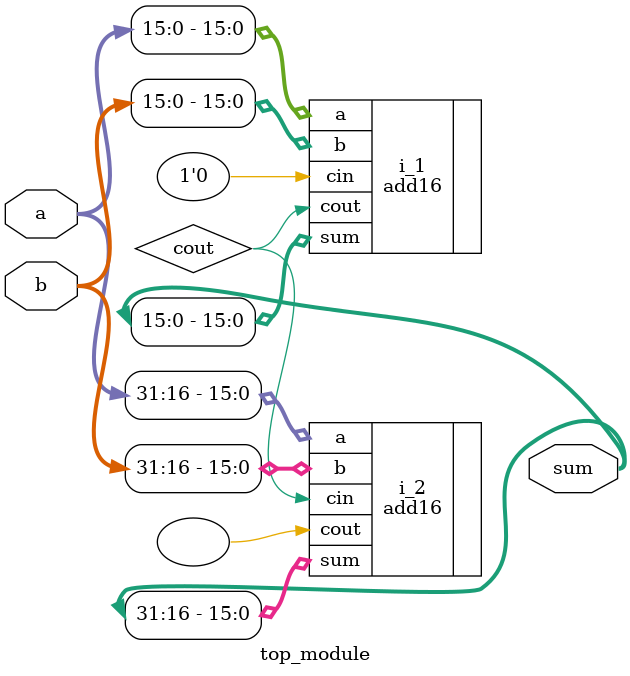
<source format=v>
module top_module(
    input [31:0] a,
    input [31:0] b,
    output [31:0] sum
);

    wire cout;
    
    add16 i_1 ( .a(a[15:0]), .b(b[15:0]), .cin(1'b0), .sum(sum[15 : 0]), .cout(cout) );
    add16 i_2 ( .a(a[31:16]), .b(b[31:16]), .cin(cout), .sum(sum[31 : 16]), .cout() );
endmodule

</source>
